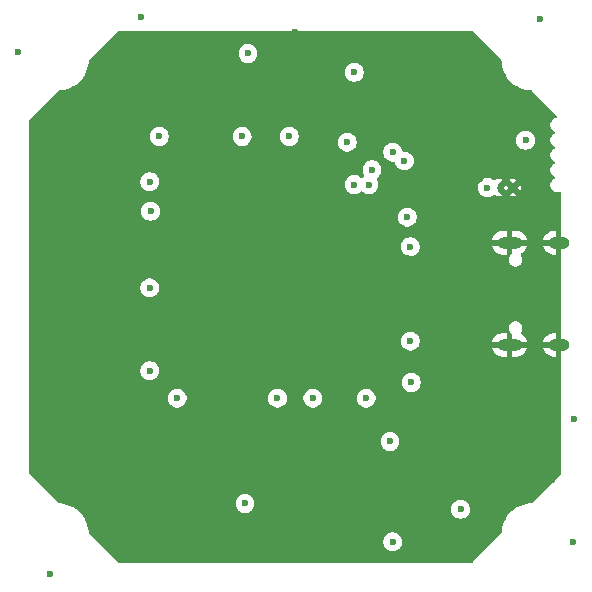
<source format=gbr>
%TF.GenerationSoftware,KiCad,Pcbnew,9.0.1-9.0.1-0~ubuntu24.04.1*%
%TF.CreationDate,2025-06-01T18:05:04-05:00*%
%TF.ProjectId,FC,46432e6b-6963-4616-945f-706362585858,rev?*%
%TF.SameCoordinates,Original*%
%TF.FileFunction,Copper,L2,Inr*%
%TF.FilePolarity,Positive*%
%FSLAX46Y46*%
G04 Gerber Fmt 4.6, Leading zero omitted, Abs format (unit mm)*
G04 Created by KiCad (PCBNEW 9.0.1-9.0.1-0~ubuntu24.04.1) date 2025-06-01 18:05:04*
%MOMM*%
%LPD*%
G01*
G04 APERTURE LIST*
%TA.AperFunction,HeatsinkPad*%
%ADD10C,0.500000*%
%TD*%
%TA.AperFunction,HeatsinkPad*%
%ADD11O,2.100000X1.000000*%
%TD*%
%TA.AperFunction,HeatsinkPad*%
%ADD12O,1.800000X1.000000*%
%TD*%
%TA.AperFunction,ViaPad*%
%ADD13C,0.600000*%
%TD*%
G04 APERTURE END LIST*
D10*
%TO.N,GND*%
%TO.C,U1*%
X192300000Y-65750000D03*
X193400000Y-65750000D03*
%TD*%
D11*
%TO.N,GND*%
%TO.C,J1*%
X193145000Y-79070000D03*
D12*
X197325000Y-79070000D03*
D11*
X193145000Y-70430000D03*
D12*
X197325000Y-70430000D03*
%TD*%
D13*
%TO.N,+3.3V*%
X183025000Y-87250000D03*
%TO.N,GND*%
X181475000Y-87250000D03*
X164250000Y-67750000D03*
%TO.N,+3.3V*%
X162750000Y-67750000D03*
X174500000Y-61425000D03*
%TO.N,GND*%
X175500000Y-62175000D03*
%TO.N,+3.3V*%
X170500000Y-61425000D03*
%TO.N,GND*%
X171500000Y-62175000D03*
%TO.N,+3.3V*%
X163500000Y-61425000D03*
%TO.N,GND*%
X164500000Y-62175000D03*
%TO.N,+3.3V*%
X162675000Y-65250000D03*
%TO.N,GND*%
X163425000Y-64250000D03*
%TO.N,+3.3V*%
X162675000Y-74250000D03*
%TO.N,GND*%
X163425000Y-73250000D03*
%TO.N,+3.3V*%
X162675000Y-81250000D03*
%TO.N,GND*%
X163425000Y-80250000D03*
%TO.N,+3.3V*%
X165000000Y-83575000D03*
%TO.N,GND*%
X164000000Y-82825000D03*
%TO.N,+3.3V*%
X173500000Y-83575000D03*
%TO.N,GND*%
X172500000Y-82825000D03*
X175500000Y-82825000D03*
%TO.N,+3.3V*%
X176500000Y-83575000D03*
X181000000Y-83575000D03*
%TO.N,GND*%
X182000000Y-82825000D03*
%TO.N,+3.3V*%
X184825000Y-82250000D03*
%TO.N,GND*%
X184075000Y-81250000D03*
%TO.N,+3.3V*%
X184750000Y-78750000D03*
%TO.N,GND*%
X184000000Y-77750000D03*
%TO.N,+3.3V*%
X184750000Y-70750000D03*
%TO.N,GND*%
X184500000Y-71750000D03*
X189250000Y-53500000D03*
X190650000Y-65000000D03*
%TO.N,/SD_CMD*%
X179400000Y-61900000D03*
%TO.N,/SD_DAT3*%
X184250000Y-63500000D03*
%TO.N,/SD_CLK*%
X181500000Y-64250000D03*
%TO.N,/SD_DAT2*%
X183250000Y-62750000D03*
%TO.N,/SD_DAT1*%
X180000000Y-65500000D03*
%TO.N,/SD_DAT0*%
X181250000Y-65500000D03*
%TO.N,+5V*%
X184500000Y-68250000D03*
X191250000Y-65750000D03*
%TO.N,GND*%
X196500000Y-67750000D03*
X194750000Y-81500000D03*
X196750000Y-90500000D03*
X196750000Y-87500000D03*
%TO.N,+5V*%
X180000000Y-56000000D03*
X161945650Y-51350000D03*
%TO.N,+3.3V*%
X171000000Y-54400000D03*
%TO.N,GND*%
X175000000Y-52600000D03*
X166000000Y-54400000D03*
X175750000Y-92500000D03*
%TO.N,+3.3V*%
X170750000Y-92500000D03*
%TO.N,GND*%
X188500000Y-96250000D03*
X183250000Y-88500000D03*
%TO.N,+3.3V*%
X183250000Y-95750000D03*
X189000000Y-93000000D03*
%TO.N,+5V*%
X195750000Y-51500000D03*
X151500000Y-54250000D03*
X154250000Y-98500000D03*
X198500000Y-95750000D03*
X198625000Y-85375000D03*
X194500000Y-61750000D03*
%TD*%
%TA.AperFunction,Conductor*%
%TO.N,GND*%
G36*
X190015677Y-52519685D02*
G01*
X190036319Y-52536319D01*
X192463181Y-54963181D01*
X192496666Y-55024504D01*
X192499500Y-55050862D01*
X192499500Y-55140431D01*
X192530942Y-55419494D01*
X192530945Y-55419512D01*
X192593439Y-55693317D01*
X192593443Y-55693329D01*
X192686200Y-55958411D01*
X192808053Y-56211442D01*
X192808055Y-56211445D01*
X192957477Y-56449248D01*
X193132584Y-56668825D01*
X193331175Y-56867416D01*
X193550752Y-57042523D01*
X193788555Y-57191945D01*
X194041592Y-57313801D01*
X194240680Y-57383465D01*
X194306670Y-57406556D01*
X194306682Y-57406560D01*
X194580491Y-57469055D01*
X194580497Y-57469055D01*
X194580505Y-57469057D01*
X194766547Y-57490018D01*
X194859569Y-57500499D01*
X194859572Y-57500500D01*
X194949138Y-57500500D01*
X195016177Y-57520185D01*
X195036819Y-57536819D01*
X197160071Y-59660071D01*
X197193556Y-59721394D01*
X197188572Y-59791086D01*
X197146700Y-59847019D01*
X197104484Y-59867527D01*
X196981714Y-59900423D01*
X196981709Y-59900426D01*
X196844790Y-59979475D01*
X196844782Y-59979481D01*
X196732981Y-60091282D01*
X196732975Y-60091290D01*
X196653926Y-60228209D01*
X196653923Y-60228216D01*
X196613000Y-60380943D01*
X196613000Y-60539057D01*
X196644138Y-60655263D01*
X196653923Y-60691783D01*
X196653926Y-60691790D01*
X196732975Y-60828709D01*
X196732979Y-60828714D01*
X196732980Y-60828716D01*
X196844784Y-60940520D01*
X196844785Y-60940521D01*
X196844787Y-60940522D01*
X196926351Y-60987613D01*
X196974567Y-61038180D01*
X196987790Y-61106787D01*
X196961822Y-61171652D01*
X196926351Y-61202387D01*
X196844787Y-61249477D01*
X196844782Y-61249481D01*
X196732981Y-61361282D01*
X196732975Y-61361290D01*
X196653926Y-61498209D01*
X196653923Y-61498216D01*
X196613000Y-61650943D01*
X196613000Y-61809057D01*
X196646824Y-61935288D01*
X196653923Y-61961783D01*
X196653926Y-61961790D01*
X196732975Y-62098709D01*
X196732979Y-62098714D01*
X196732980Y-62098716D01*
X196844784Y-62210520D01*
X196844785Y-62210521D01*
X196844787Y-62210522D01*
X196926351Y-62257613D01*
X196974567Y-62308180D01*
X196987790Y-62376787D01*
X196961822Y-62441652D01*
X196926351Y-62472387D01*
X196844787Y-62519477D01*
X196844782Y-62519481D01*
X196732981Y-62631282D01*
X196732975Y-62631290D01*
X196653926Y-62768209D01*
X196653923Y-62768216D01*
X196613000Y-62920943D01*
X196613000Y-63079057D01*
X196626429Y-63129172D01*
X196653923Y-63231783D01*
X196653926Y-63231790D01*
X196732975Y-63368709D01*
X196732979Y-63368714D01*
X196732980Y-63368716D01*
X196844784Y-63480520D01*
X196844785Y-63480521D01*
X196844787Y-63480522D01*
X196926351Y-63527613D01*
X196974567Y-63578180D01*
X196987790Y-63646787D01*
X196961822Y-63711652D01*
X196926351Y-63742387D01*
X196844787Y-63789477D01*
X196844782Y-63789481D01*
X196732981Y-63901282D01*
X196732975Y-63901290D01*
X196653926Y-64038209D01*
X196653923Y-64038216D01*
X196613000Y-64190943D01*
X196613000Y-64349057D01*
X196648157Y-64480263D01*
X196653923Y-64501783D01*
X196653926Y-64501790D01*
X196732975Y-64638709D01*
X196732979Y-64638714D01*
X196732980Y-64638716D01*
X196844784Y-64750520D01*
X196844785Y-64750521D01*
X196844787Y-64750522D01*
X196926351Y-64797613D01*
X196974567Y-64848180D01*
X196987790Y-64916787D01*
X196961822Y-64981652D01*
X196926351Y-65012387D01*
X196844787Y-65059477D01*
X196844782Y-65059481D01*
X196732981Y-65171282D01*
X196732975Y-65171290D01*
X196653926Y-65308209D01*
X196653923Y-65308216D01*
X196613000Y-65460943D01*
X196613000Y-65619057D01*
X196648087Y-65750001D01*
X196653923Y-65771783D01*
X196653926Y-65771790D01*
X196732975Y-65908709D01*
X196732979Y-65908714D01*
X196732980Y-65908716D01*
X196844784Y-66020520D01*
X196844786Y-66020521D01*
X196844790Y-66020524D01*
X196896711Y-66050500D01*
X196981716Y-66099577D01*
X197134443Y-66140500D01*
X197134445Y-66140500D01*
X197292554Y-66140500D01*
X197292557Y-66140500D01*
X197343909Y-66126740D01*
X197413756Y-66128403D01*
X197471618Y-66167565D01*
X197499123Y-66231793D01*
X197500000Y-66246515D01*
X197500000Y-70130000D01*
X197075000Y-70130000D01*
X197075000Y-69430000D01*
X196826504Y-69430000D01*
X196633318Y-69468427D01*
X196633306Y-69468430D01*
X196451328Y-69543807D01*
X196451315Y-69543814D01*
X196287537Y-69653248D01*
X196287533Y-69653251D01*
X196148251Y-69792533D01*
X196148248Y-69792537D01*
X196038814Y-69956315D01*
X196038807Y-69956328D01*
X195963430Y-70138307D01*
X195963430Y-70138309D01*
X195955138Y-70180000D01*
X196758012Y-70180000D01*
X196740795Y-70189940D01*
X196684940Y-70245795D01*
X196645444Y-70314204D01*
X196625000Y-70390504D01*
X196625000Y-70469496D01*
X196645444Y-70545796D01*
X196684940Y-70614205D01*
X196740795Y-70670060D01*
X196758012Y-70680000D01*
X195955138Y-70680000D01*
X195963430Y-70721690D01*
X195963430Y-70721692D01*
X196038807Y-70903671D01*
X196038814Y-70903684D01*
X196148248Y-71067462D01*
X196148251Y-71067466D01*
X196287533Y-71206748D01*
X196287537Y-71206751D01*
X196451315Y-71316185D01*
X196451328Y-71316192D01*
X196633306Y-71391569D01*
X196633318Y-71391572D01*
X196826504Y-71429999D01*
X196826508Y-71430000D01*
X197075000Y-71430000D01*
X197075000Y-70730000D01*
X197500000Y-70730000D01*
X197500000Y-78770000D01*
X197075000Y-78770000D01*
X197075000Y-78070000D01*
X196826504Y-78070000D01*
X196633318Y-78108427D01*
X196633306Y-78108430D01*
X196451328Y-78183807D01*
X196451315Y-78183814D01*
X196287537Y-78293248D01*
X196287533Y-78293251D01*
X196148251Y-78432533D01*
X196148248Y-78432537D01*
X196038814Y-78596315D01*
X196038807Y-78596328D01*
X195963430Y-78778307D01*
X195963430Y-78778309D01*
X195955138Y-78820000D01*
X196758012Y-78820000D01*
X196740795Y-78829940D01*
X196684940Y-78885795D01*
X196645444Y-78954204D01*
X196625000Y-79030504D01*
X196625000Y-79109496D01*
X196645444Y-79185796D01*
X196684940Y-79254205D01*
X196740795Y-79310060D01*
X196758012Y-79320000D01*
X195955138Y-79320000D01*
X195963430Y-79361690D01*
X195963430Y-79361692D01*
X196038807Y-79543671D01*
X196038814Y-79543684D01*
X196148248Y-79707462D01*
X196148251Y-79707466D01*
X196287533Y-79846748D01*
X196287537Y-79846751D01*
X196451315Y-79956185D01*
X196451328Y-79956192D01*
X196633306Y-80031569D01*
X196633318Y-80031572D01*
X196826504Y-80069999D01*
X196826508Y-80070000D01*
X197075000Y-80070000D01*
X197075000Y-79370000D01*
X197500000Y-79370000D01*
X197500000Y-80200000D01*
X197500000Y-89948637D01*
X197480315Y-90015676D01*
X197463681Y-90036318D01*
X195036818Y-92463181D01*
X194975495Y-92496666D01*
X194949137Y-92499500D01*
X194859568Y-92499500D01*
X194580505Y-92530942D01*
X194580487Y-92530945D01*
X194306682Y-92593439D01*
X194306670Y-92593443D01*
X194041588Y-92686200D01*
X193788557Y-92808053D01*
X193550753Y-92957476D01*
X193331175Y-93132583D01*
X193132583Y-93331175D01*
X192957476Y-93550753D01*
X192808053Y-93788557D01*
X192686200Y-94041588D01*
X192593443Y-94306670D01*
X192593439Y-94306682D01*
X192530945Y-94580487D01*
X192530942Y-94580505D01*
X192499500Y-94859568D01*
X192499500Y-94949137D01*
X192479815Y-95016176D01*
X192463181Y-95036818D01*
X190036319Y-97463681D01*
X189974996Y-97497166D01*
X189948638Y-97500000D01*
X160051362Y-97500000D01*
X159984323Y-97480315D01*
X159963681Y-97463681D01*
X158171153Y-95671153D01*
X182449500Y-95671153D01*
X182449500Y-95828846D01*
X182480261Y-95983489D01*
X182480264Y-95983501D01*
X182540602Y-96129172D01*
X182540609Y-96129185D01*
X182628210Y-96260288D01*
X182628213Y-96260292D01*
X182739707Y-96371786D01*
X182739711Y-96371789D01*
X182870814Y-96459390D01*
X182870827Y-96459397D01*
X183016498Y-96519735D01*
X183016503Y-96519737D01*
X183171153Y-96550499D01*
X183171156Y-96550500D01*
X183171158Y-96550500D01*
X183328844Y-96550500D01*
X183328845Y-96550499D01*
X183483497Y-96519737D01*
X183629179Y-96459394D01*
X183760289Y-96371789D01*
X183871789Y-96260289D01*
X183959394Y-96129179D01*
X184019737Y-95983497D01*
X184050500Y-95828842D01*
X184050500Y-95671158D01*
X184050500Y-95671155D01*
X184050499Y-95671153D01*
X184019738Y-95516510D01*
X184019737Y-95516503D01*
X183968232Y-95392157D01*
X183959397Y-95370827D01*
X183959390Y-95370814D01*
X183871789Y-95239711D01*
X183871786Y-95239707D01*
X183760292Y-95128213D01*
X183760288Y-95128210D01*
X183629185Y-95040609D01*
X183629172Y-95040602D01*
X183483501Y-94980264D01*
X183483489Y-94980261D01*
X183328845Y-94949500D01*
X183328842Y-94949500D01*
X183171158Y-94949500D01*
X183171155Y-94949500D01*
X183016510Y-94980261D01*
X183016498Y-94980264D01*
X182870827Y-95040602D01*
X182870814Y-95040609D01*
X182739711Y-95128210D01*
X182739707Y-95128213D01*
X182628213Y-95239707D01*
X182628210Y-95239711D01*
X182540609Y-95370814D01*
X182540602Y-95370827D01*
X182480264Y-95516498D01*
X182480261Y-95516510D01*
X182449500Y-95671153D01*
X158171153Y-95671153D01*
X157536819Y-95036819D01*
X157503334Y-94975496D01*
X157500500Y-94949138D01*
X157500500Y-94859572D01*
X157500499Y-94859568D01*
X157469057Y-94580505D01*
X157469054Y-94580487D01*
X157406560Y-94306682D01*
X157406556Y-94306670D01*
X157383465Y-94240680D01*
X157313801Y-94041592D01*
X157191945Y-93788555D01*
X157042523Y-93550752D01*
X156867416Y-93331175D01*
X156668825Y-93132584D01*
X156449248Y-92957477D01*
X156211445Y-92808055D01*
X156211442Y-92808053D01*
X155958411Y-92686200D01*
X155693329Y-92593443D01*
X155693317Y-92593439D01*
X155441468Y-92535957D01*
X155419509Y-92530945D01*
X155419506Y-92530944D01*
X155419494Y-92530942D01*
X155140431Y-92499500D01*
X155140425Y-92499500D01*
X155050862Y-92499500D01*
X154983823Y-92479815D01*
X154963181Y-92463181D01*
X154921153Y-92421153D01*
X169949500Y-92421153D01*
X169949500Y-92578846D01*
X169980261Y-92733489D01*
X169980264Y-92733501D01*
X170040602Y-92879172D01*
X170040609Y-92879185D01*
X170128210Y-93010288D01*
X170128213Y-93010292D01*
X170239707Y-93121786D01*
X170239711Y-93121789D01*
X170370814Y-93209390D01*
X170370827Y-93209397D01*
X170516498Y-93269735D01*
X170516503Y-93269737D01*
X170671153Y-93300499D01*
X170671156Y-93300500D01*
X170671158Y-93300500D01*
X170828844Y-93300500D01*
X170828845Y-93300499D01*
X170983497Y-93269737D01*
X171129179Y-93209394D01*
X171260289Y-93121789D01*
X171371789Y-93010289D01*
X171431348Y-92921153D01*
X188199500Y-92921153D01*
X188199500Y-93078846D01*
X188230261Y-93233489D01*
X188230264Y-93233501D01*
X188290602Y-93379172D01*
X188290609Y-93379185D01*
X188378210Y-93510288D01*
X188378213Y-93510292D01*
X188489707Y-93621786D01*
X188489711Y-93621789D01*
X188620814Y-93709390D01*
X188620827Y-93709397D01*
X188766498Y-93769735D01*
X188766503Y-93769737D01*
X188921153Y-93800499D01*
X188921156Y-93800500D01*
X188921158Y-93800500D01*
X189078844Y-93800500D01*
X189078845Y-93800499D01*
X189233497Y-93769737D01*
X189379179Y-93709394D01*
X189510289Y-93621789D01*
X189621789Y-93510289D01*
X189709394Y-93379179D01*
X189769737Y-93233497D01*
X189800500Y-93078842D01*
X189800500Y-92921158D01*
X189800500Y-92921155D01*
X189800499Y-92921153D01*
X189769738Y-92766510D01*
X189769737Y-92766503D01*
X189736475Y-92686200D01*
X189709397Y-92620827D01*
X189709390Y-92620814D01*
X189621789Y-92489711D01*
X189621786Y-92489707D01*
X189510292Y-92378213D01*
X189510288Y-92378210D01*
X189379185Y-92290609D01*
X189379172Y-92290602D01*
X189233501Y-92230264D01*
X189233489Y-92230261D01*
X189078845Y-92199500D01*
X189078842Y-92199500D01*
X188921158Y-92199500D01*
X188921155Y-92199500D01*
X188766510Y-92230261D01*
X188766498Y-92230264D01*
X188620827Y-92290602D01*
X188620814Y-92290609D01*
X188489711Y-92378210D01*
X188489707Y-92378213D01*
X188378213Y-92489707D01*
X188378210Y-92489711D01*
X188290609Y-92620814D01*
X188290602Y-92620827D01*
X188230264Y-92766498D01*
X188230261Y-92766510D01*
X188199500Y-92921153D01*
X171431348Y-92921153D01*
X171459394Y-92879179D01*
X171519737Y-92733497D01*
X171550500Y-92578842D01*
X171550500Y-92421158D01*
X171550500Y-92421155D01*
X171550499Y-92421153D01*
X171524531Y-92290606D01*
X171519737Y-92266503D01*
X171519735Y-92266498D01*
X171459397Y-92120827D01*
X171459390Y-92120814D01*
X171371789Y-91989711D01*
X171371786Y-91989707D01*
X171260292Y-91878213D01*
X171260288Y-91878210D01*
X171129185Y-91790609D01*
X171129172Y-91790602D01*
X170983501Y-91730264D01*
X170983489Y-91730261D01*
X170828845Y-91699500D01*
X170828842Y-91699500D01*
X170671158Y-91699500D01*
X170671155Y-91699500D01*
X170516510Y-91730261D01*
X170516498Y-91730264D01*
X170370827Y-91790602D01*
X170370814Y-91790609D01*
X170239711Y-91878210D01*
X170239707Y-91878213D01*
X170128213Y-91989707D01*
X170128210Y-91989711D01*
X170040609Y-92120814D01*
X170040602Y-92120827D01*
X169980264Y-92266498D01*
X169980261Y-92266510D01*
X169949500Y-92421153D01*
X154921153Y-92421153D01*
X152536319Y-90036319D01*
X152502834Y-89974996D01*
X152500000Y-89948638D01*
X152500000Y-87171153D01*
X182224500Y-87171153D01*
X182224500Y-87328846D01*
X182255261Y-87483489D01*
X182255264Y-87483501D01*
X182315602Y-87629172D01*
X182315609Y-87629185D01*
X182403210Y-87760288D01*
X182403213Y-87760292D01*
X182514707Y-87871786D01*
X182514711Y-87871789D01*
X182645814Y-87959390D01*
X182645827Y-87959397D01*
X182791498Y-88019735D01*
X182791503Y-88019737D01*
X182946153Y-88050499D01*
X182946156Y-88050500D01*
X182946158Y-88050500D01*
X183103844Y-88050500D01*
X183103845Y-88050499D01*
X183258497Y-88019737D01*
X183404179Y-87959394D01*
X183535289Y-87871789D01*
X183646789Y-87760289D01*
X183734394Y-87629179D01*
X183794737Y-87483497D01*
X183825500Y-87328842D01*
X183825500Y-87171158D01*
X183825500Y-87171155D01*
X183825499Y-87171153D01*
X183794738Y-87016510D01*
X183794737Y-87016503D01*
X183794735Y-87016498D01*
X183734397Y-86870827D01*
X183734390Y-86870814D01*
X183646789Y-86739711D01*
X183646786Y-86739707D01*
X183535292Y-86628213D01*
X183535288Y-86628210D01*
X183404185Y-86540609D01*
X183404172Y-86540602D01*
X183258501Y-86480264D01*
X183258489Y-86480261D01*
X183103845Y-86449500D01*
X183103842Y-86449500D01*
X182946158Y-86449500D01*
X182946155Y-86449500D01*
X182791510Y-86480261D01*
X182791498Y-86480264D01*
X182645827Y-86540602D01*
X182645814Y-86540609D01*
X182514711Y-86628210D01*
X182514707Y-86628213D01*
X182403213Y-86739707D01*
X182403210Y-86739711D01*
X182315609Y-86870814D01*
X182315602Y-86870827D01*
X182255264Y-87016498D01*
X182255261Y-87016510D01*
X182224500Y-87171153D01*
X152500000Y-87171153D01*
X152500000Y-83496153D01*
X164199500Y-83496153D01*
X164199500Y-83653846D01*
X164230261Y-83808489D01*
X164230264Y-83808501D01*
X164290602Y-83954172D01*
X164290609Y-83954185D01*
X164378210Y-84085288D01*
X164378213Y-84085292D01*
X164489707Y-84196786D01*
X164489711Y-84196789D01*
X164620814Y-84284390D01*
X164620827Y-84284397D01*
X164766498Y-84344735D01*
X164766503Y-84344737D01*
X164921153Y-84375499D01*
X164921156Y-84375500D01*
X164921158Y-84375500D01*
X165078844Y-84375500D01*
X165078845Y-84375499D01*
X165233497Y-84344737D01*
X165379179Y-84284394D01*
X165510289Y-84196789D01*
X165621789Y-84085289D01*
X165709394Y-83954179D01*
X165769737Y-83808497D01*
X165800500Y-83653842D01*
X165800500Y-83496158D01*
X165800500Y-83496155D01*
X165800499Y-83496153D01*
X172699500Y-83496153D01*
X172699500Y-83653846D01*
X172730261Y-83808489D01*
X172730264Y-83808501D01*
X172790602Y-83954172D01*
X172790609Y-83954185D01*
X172878210Y-84085288D01*
X172878213Y-84085292D01*
X172989707Y-84196786D01*
X172989711Y-84196789D01*
X173120814Y-84284390D01*
X173120827Y-84284397D01*
X173266498Y-84344735D01*
X173266503Y-84344737D01*
X173421153Y-84375499D01*
X173421156Y-84375500D01*
X173421158Y-84375500D01*
X173578844Y-84375500D01*
X173578845Y-84375499D01*
X173733497Y-84344737D01*
X173879179Y-84284394D01*
X174010289Y-84196789D01*
X174121789Y-84085289D01*
X174209394Y-83954179D01*
X174269737Y-83808497D01*
X174300500Y-83653842D01*
X174300500Y-83496158D01*
X174300500Y-83496155D01*
X174300499Y-83496153D01*
X175699500Y-83496153D01*
X175699500Y-83653846D01*
X175730261Y-83808489D01*
X175730264Y-83808501D01*
X175790602Y-83954172D01*
X175790609Y-83954185D01*
X175878210Y-84085288D01*
X175878213Y-84085292D01*
X175989707Y-84196786D01*
X175989711Y-84196789D01*
X176120814Y-84284390D01*
X176120827Y-84284397D01*
X176266498Y-84344735D01*
X176266503Y-84344737D01*
X176421153Y-84375499D01*
X176421156Y-84375500D01*
X176421158Y-84375500D01*
X176578844Y-84375500D01*
X176578845Y-84375499D01*
X176733497Y-84344737D01*
X176879179Y-84284394D01*
X177010289Y-84196789D01*
X177121789Y-84085289D01*
X177209394Y-83954179D01*
X177269737Y-83808497D01*
X177300500Y-83653842D01*
X177300500Y-83496158D01*
X177300500Y-83496155D01*
X177300499Y-83496153D01*
X180199500Y-83496153D01*
X180199500Y-83653846D01*
X180230261Y-83808489D01*
X180230264Y-83808501D01*
X180290602Y-83954172D01*
X180290609Y-83954185D01*
X180378210Y-84085288D01*
X180378213Y-84085292D01*
X180489707Y-84196786D01*
X180489711Y-84196789D01*
X180620814Y-84284390D01*
X180620827Y-84284397D01*
X180766498Y-84344735D01*
X180766503Y-84344737D01*
X180921153Y-84375499D01*
X180921156Y-84375500D01*
X180921158Y-84375500D01*
X181078844Y-84375500D01*
X181078845Y-84375499D01*
X181233497Y-84344737D01*
X181379179Y-84284394D01*
X181510289Y-84196789D01*
X181621789Y-84085289D01*
X181709394Y-83954179D01*
X181769737Y-83808497D01*
X181800500Y-83653842D01*
X181800500Y-83496158D01*
X181800500Y-83496155D01*
X181800499Y-83496153D01*
X181769738Y-83341510D01*
X181769737Y-83341503D01*
X181769735Y-83341498D01*
X181709397Y-83195827D01*
X181709390Y-83195814D01*
X181621789Y-83064711D01*
X181621786Y-83064707D01*
X181510292Y-82953213D01*
X181510288Y-82953210D01*
X181379185Y-82865609D01*
X181379172Y-82865602D01*
X181233501Y-82805264D01*
X181233489Y-82805261D01*
X181078845Y-82774500D01*
X181078842Y-82774500D01*
X180921158Y-82774500D01*
X180921155Y-82774500D01*
X180766510Y-82805261D01*
X180766498Y-82805264D01*
X180620827Y-82865602D01*
X180620814Y-82865609D01*
X180489711Y-82953210D01*
X180489707Y-82953213D01*
X180378213Y-83064707D01*
X180378210Y-83064711D01*
X180290609Y-83195814D01*
X180290602Y-83195827D01*
X180230264Y-83341498D01*
X180230261Y-83341510D01*
X180199500Y-83496153D01*
X177300499Y-83496153D01*
X177269738Y-83341510D01*
X177269737Y-83341503D01*
X177269735Y-83341498D01*
X177209397Y-83195827D01*
X177209390Y-83195814D01*
X177121789Y-83064711D01*
X177121786Y-83064707D01*
X177010292Y-82953213D01*
X177010288Y-82953210D01*
X176879185Y-82865609D01*
X176879172Y-82865602D01*
X176733501Y-82805264D01*
X176733489Y-82805261D01*
X176578845Y-82774500D01*
X176578842Y-82774500D01*
X176421158Y-82774500D01*
X176421155Y-82774500D01*
X176266510Y-82805261D01*
X176266498Y-82805264D01*
X176120827Y-82865602D01*
X176120814Y-82865609D01*
X175989711Y-82953210D01*
X175989707Y-82953213D01*
X175878213Y-83064707D01*
X175878210Y-83064711D01*
X175790609Y-83195814D01*
X175790602Y-83195827D01*
X175730264Y-83341498D01*
X175730261Y-83341510D01*
X175699500Y-83496153D01*
X174300499Y-83496153D01*
X174269738Y-83341510D01*
X174269737Y-83341503D01*
X174269735Y-83341498D01*
X174209397Y-83195827D01*
X174209390Y-83195814D01*
X174121789Y-83064711D01*
X174121786Y-83064707D01*
X174010292Y-82953213D01*
X174010288Y-82953210D01*
X173879185Y-82865609D01*
X173879172Y-82865602D01*
X173733501Y-82805264D01*
X173733489Y-82805261D01*
X173578845Y-82774500D01*
X173578842Y-82774500D01*
X173421158Y-82774500D01*
X173421155Y-82774500D01*
X173266510Y-82805261D01*
X173266498Y-82805264D01*
X173120827Y-82865602D01*
X173120814Y-82865609D01*
X172989711Y-82953210D01*
X172989707Y-82953213D01*
X172878213Y-83064707D01*
X172878210Y-83064711D01*
X172790609Y-83195814D01*
X172790602Y-83195827D01*
X172730264Y-83341498D01*
X172730261Y-83341510D01*
X172699500Y-83496153D01*
X165800499Y-83496153D01*
X165769738Y-83341510D01*
X165769737Y-83341503D01*
X165769735Y-83341498D01*
X165709397Y-83195827D01*
X165709390Y-83195814D01*
X165621789Y-83064711D01*
X165621786Y-83064707D01*
X165510292Y-82953213D01*
X165510288Y-82953210D01*
X165379185Y-82865609D01*
X165379172Y-82865602D01*
X165233501Y-82805264D01*
X165233489Y-82805261D01*
X165078845Y-82774500D01*
X165078842Y-82774500D01*
X164921158Y-82774500D01*
X164921155Y-82774500D01*
X164766510Y-82805261D01*
X164766498Y-82805264D01*
X164620827Y-82865602D01*
X164620814Y-82865609D01*
X164489711Y-82953210D01*
X164489707Y-82953213D01*
X164378213Y-83064707D01*
X164378210Y-83064711D01*
X164290609Y-83195814D01*
X164290602Y-83195827D01*
X164230264Y-83341498D01*
X164230261Y-83341510D01*
X164199500Y-83496153D01*
X152500000Y-83496153D01*
X152500000Y-82171153D01*
X184024500Y-82171153D01*
X184024500Y-82328846D01*
X184055261Y-82483489D01*
X184055264Y-82483501D01*
X184115602Y-82629172D01*
X184115609Y-82629185D01*
X184203210Y-82760288D01*
X184203213Y-82760292D01*
X184314707Y-82871786D01*
X184314711Y-82871789D01*
X184445814Y-82959390D01*
X184445827Y-82959397D01*
X184591498Y-83019735D01*
X184591503Y-83019737D01*
X184746153Y-83050499D01*
X184746156Y-83050500D01*
X184746158Y-83050500D01*
X184903844Y-83050500D01*
X184903845Y-83050499D01*
X185058497Y-83019737D01*
X185204179Y-82959394D01*
X185335289Y-82871789D01*
X185446789Y-82760289D01*
X185534394Y-82629179D01*
X185594737Y-82483497D01*
X185625500Y-82328842D01*
X185625500Y-82171158D01*
X185625500Y-82171155D01*
X185625499Y-82171153D01*
X185594738Y-82016510D01*
X185594737Y-82016503D01*
X185534794Y-81871786D01*
X185534397Y-81870827D01*
X185534390Y-81870814D01*
X185446789Y-81739711D01*
X185446786Y-81739707D01*
X185335292Y-81628213D01*
X185335288Y-81628210D01*
X185204185Y-81540609D01*
X185204172Y-81540602D01*
X185058501Y-81480264D01*
X185058489Y-81480261D01*
X184903845Y-81449500D01*
X184903842Y-81449500D01*
X184746158Y-81449500D01*
X184746155Y-81449500D01*
X184591510Y-81480261D01*
X184591498Y-81480264D01*
X184445827Y-81540602D01*
X184445814Y-81540609D01*
X184314711Y-81628210D01*
X184314707Y-81628213D01*
X184203213Y-81739707D01*
X184203210Y-81739711D01*
X184115609Y-81870814D01*
X184115602Y-81870827D01*
X184055264Y-82016498D01*
X184055261Y-82016510D01*
X184024500Y-82171153D01*
X152500000Y-82171153D01*
X152500000Y-81171153D01*
X161874500Y-81171153D01*
X161874500Y-81328846D01*
X161905261Y-81483489D01*
X161905264Y-81483501D01*
X161965602Y-81629172D01*
X161965609Y-81629185D01*
X162053210Y-81760288D01*
X162053213Y-81760292D01*
X162164707Y-81871786D01*
X162164711Y-81871789D01*
X162295814Y-81959390D01*
X162295827Y-81959397D01*
X162433683Y-82016498D01*
X162441503Y-82019737D01*
X162596153Y-82050499D01*
X162596156Y-82050500D01*
X162596158Y-82050500D01*
X162753844Y-82050500D01*
X162753845Y-82050499D01*
X162764179Y-82048443D01*
X162789287Y-82043450D01*
X162789292Y-82043449D01*
X162874800Y-82026439D01*
X162908497Y-82019737D01*
X163054179Y-81959394D01*
X163185289Y-81871789D01*
X163296789Y-81760289D01*
X163384394Y-81629179D01*
X163444737Y-81483497D01*
X163475500Y-81328842D01*
X163475500Y-81171158D01*
X163475500Y-81171155D01*
X163475499Y-81171153D01*
X163444738Y-81016510D01*
X163444737Y-81016503D01*
X163444735Y-81016498D01*
X163384397Y-80870827D01*
X163384390Y-80870814D01*
X163296789Y-80739711D01*
X163296786Y-80739707D01*
X163185292Y-80628213D01*
X163185288Y-80628210D01*
X163054185Y-80540609D01*
X163054172Y-80540602D01*
X162908501Y-80480264D01*
X162908489Y-80480261D01*
X162753845Y-80449500D01*
X162753842Y-80449500D01*
X162596158Y-80449500D01*
X162596155Y-80449500D01*
X162441510Y-80480261D01*
X162441498Y-80480264D01*
X162295827Y-80540602D01*
X162295814Y-80540609D01*
X162164711Y-80628210D01*
X162164707Y-80628213D01*
X162053213Y-80739707D01*
X162053210Y-80739711D01*
X161965609Y-80870814D01*
X161965602Y-80870827D01*
X161905264Y-81016498D01*
X161905261Y-81016510D01*
X161874500Y-81171153D01*
X152500000Y-81171153D01*
X152500000Y-78671153D01*
X183949500Y-78671153D01*
X183949500Y-78828846D01*
X183980261Y-78983489D01*
X183980264Y-78983501D01*
X184040602Y-79129172D01*
X184040609Y-79129185D01*
X184128210Y-79260288D01*
X184128213Y-79260292D01*
X184239707Y-79371786D01*
X184239711Y-79371789D01*
X184370814Y-79459390D01*
X184370827Y-79459397D01*
X184516498Y-79519735D01*
X184516503Y-79519737D01*
X184636827Y-79543671D01*
X184671153Y-79550499D01*
X184671156Y-79550500D01*
X184671158Y-79550500D01*
X184828844Y-79550500D01*
X184828845Y-79550499D01*
X184983497Y-79519737D01*
X185129179Y-79459394D01*
X185260289Y-79371789D01*
X185371789Y-79260289D01*
X185381147Y-79246283D01*
X185400194Y-79217779D01*
X185400194Y-79217778D01*
X185402431Y-79214428D01*
X185459394Y-79129179D01*
X185519737Y-78983497D01*
X185550500Y-78828842D01*
X185550500Y-78820000D01*
X191625138Y-78820000D01*
X192428012Y-78820000D01*
X192410795Y-78829940D01*
X192354940Y-78885795D01*
X192315444Y-78954204D01*
X192295000Y-79030504D01*
X192295000Y-79109496D01*
X192315444Y-79185796D01*
X192354940Y-79254205D01*
X192410795Y-79310060D01*
X192428012Y-79320000D01*
X191625138Y-79320000D01*
X191633430Y-79361690D01*
X191633430Y-79361692D01*
X191708807Y-79543671D01*
X191708814Y-79543684D01*
X191818248Y-79707462D01*
X191818251Y-79707466D01*
X191957533Y-79846748D01*
X191957537Y-79846751D01*
X192121315Y-79956185D01*
X192121328Y-79956192D01*
X192303306Y-80031569D01*
X192303318Y-80031572D01*
X192496504Y-80069999D01*
X192496508Y-80070000D01*
X192895000Y-80070000D01*
X192895000Y-79370000D01*
X193395000Y-79370000D01*
X193395000Y-80070000D01*
X193793492Y-80070000D01*
X193793495Y-80069999D01*
X193986681Y-80031572D01*
X193986693Y-80031569D01*
X194168671Y-79956192D01*
X194168684Y-79956185D01*
X194332462Y-79846751D01*
X194332466Y-79846748D01*
X194471748Y-79707466D01*
X194471751Y-79707462D01*
X194581185Y-79543684D01*
X194581192Y-79543671D01*
X194656569Y-79361692D01*
X194656569Y-79361690D01*
X194664862Y-79320000D01*
X193861988Y-79320000D01*
X193879205Y-79310060D01*
X193935060Y-79254205D01*
X193974556Y-79185796D01*
X193995000Y-79109496D01*
X193995000Y-79030504D01*
X193974556Y-78954204D01*
X193935060Y-78885795D01*
X193879205Y-78829940D01*
X193861988Y-78820000D01*
X194664862Y-78820000D01*
X194656569Y-78778309D01*
X194656569Y-78778307D01*
X194581192Y-78596328D01*
X194581185Y-78596315D01*
X194471751Y-78432537D01*
X194471748Y-78432533D01*
X194332466Y-78293251D01*
X194332462Y-78293248D01*
X194168684Y-78183814D01*
X194168674Y-78183809D01*
X194159157Y-78179867D01*
X194104754Y-78136026D01*
X194082689Y-78069731D01*
X194099969Y-78002032D01*
X194103648Y-77996597D01*
X194105512Y-77993367D01*
X194105515Y-77993365D01*
X194181281Y-77862135D01*
X194220500Y-77715766D01*
X194220500Y-77564234D01*
X194181281Y-77417865D01*
X194105515Y-77286635D01*
X193998365Y-77179485D01*
X193932750Y-77141602D01*
X193867136Y-77103719D01*
X193793950Y-77084109D01*
X193720766Y-77064500D01*
X193569234Y-77064500D01*
X193422863Y-77103719D01*
X193291635Y-77179485D01*
X193291632Y-77179487D01*
X193184487Y-77286632D01*
X193184485Y-77286635D01*
X193108719Y-77417863D01*
X193069500Y-77564234D01*
X193069500Y-77715765D01*
X193108719Y-77862136D01*
X193146602Y-77927750D01*
X193184485Y-77993365D01*
X193291635Y-78100515D01*
X193333000Y-78124397D01*
X193381216Y-78174964D01*
X193395000Y-78231784D01*
X193395000Y-78770000D01*
X192895000Y-78770000D01*
X192895000Y-78070000D01*
X192496504Y-78070000D01*
X192303318Y-78108427D01*
X192303306Y-78108430D01*
X192121328Y-78183807D01*
X192121315Y-78183814D01*
X191957537Y-78293248D01*
X191957533Y-78293251D01*
X191818251Y-78432533D01*
X191818248Y-78432537D01*
X191708814Y-78596315D01*
X191708807Y-78596328D01*
X191633430Y-78778307D01*
X191633430Y-78778309D01*
X191625138Y-78820000D01*
X185550500Y-78820000D01*
X185550500Y-78671158D01*
X185550500Y-78671155D01*
X185550499Y-78671153D01*
X185519738Y-78516510D01*
X185519737Y-78516503D01*
X185519735Y-78516498D01*
X185459397Y-78370827D01*
X185459390Y-78370814D01*
X185371789Y-78239711D01*
X185371786Y-78239707D01*
X185260292Y-78128213D01*
X185260288Y-78128210D01*
X185129185Y-78040609D01*
X185129172Y-78040602D01*
X184983501Y-77980264D01*
X184983489Y-77980261D01*
X184828845Y-77949500D01*
X184828842Y-77949500D01*
X184671158Y-77949500D01*
X184671155Y-77949500D01*
X184516510Y-77980261D01*
X184516498Y-77980264D01*
X184370827Y-78040602D01*
X184370814Y-78040609D01*
X184239711Y-78128210D01*
X184239707Y-78128213D01*
X184128213Y-78239707D01*
X184128210Y-78239711D01*
X184040609Y-78370814D01*
X184040602Y-78370827D01*
X183980264Y-78516498D01*
X183980261Y-78516510D01*
X183949500Y-78671153D01*
X152500000Y-78671153D01*
X152500000Y-74171153D01*
X161874500Y-74171153D01*
X161874500Y-74328846D01*
X161905261Y-74483489D01*
X161905264Y-74483501D01*
X161965602Y-74629172D01*
X161965609Y-74629185D01*
X162053210Y-74760288D01*
X162053213Y-74760292D01*
X162164707Y-74871786D01*
X162164711Y-74871789D01*
X162295814Y-74959390D01*
X162295827Y-74959397D01*
X162441498Y-75019735D01*
X162441503Y-75019737D01*
X162596153Y-75050499D01*
X162596156Y-75050500D01*
X162596158Y-75050500D01*
X162753844Y-75050500D01*
X162753845Y-75050499D01*
X162908497Y-75019737D01*
X163054179Y-74959394D01*
X163185289Y-74871789D01*
X163296789Y-74760289D01*
X163384394Y-74629179D01*
X163444737Y-74483497D01*
X163475500Y-74328842D01*
X163475500Y-74171158D01*
X163475500Y-74171155D01*
X163475499Y-74171153D01*
X163444738Y-74016510D01*
X163444737Y-74016503D01*
X163444735Y-74016498D01*
X163384397Y-73870827D01*
X163384390Y-73870814D01*
X163296789Y-73739711D01*
X163296786Y-73739707D01*
X163185292Y-73628213D01*
X163185288Y-73628210D01*
X163054185Y-73540609D01*
X163054172Y-73540602D01*
X162908501Y-73480264D01*
X162908489Y-73480261D01*
X162753845Y-73449500D01*
X162753842Y-73449500D01*
X162596158Y-73449500D01*
X162596155Y-73449500D01*
X162441510Y-73480261D01*
X162441498Y-73480264D01*
X162295827Y-73540602D01*
X162295814Y-73540609D01*
X162164711Y-73628210D01*
X162164707Y-73628213D01*
X162053213Y-73739707D01*
X162053210Y-73739711D01*
X161965609Y-73870814D01*
X161965602Y-73870827D01*
X161905264Y-74016498D01*
X161905261Y-74016510D01*
X161874500Y-74171153D01*
X152500000Y-74171153D01*
X152500000Y-70671153D01*
X183949500Y-70671153D01*
X183949500Y-70828846D01*
X183980261Y-70983489D01*
X183980264Y-70983501D01*
X184040602Y-71129172D01*
X184040609Y-71129185D01*
X184128210Y-71260288D01*
X184128213Y-71260292D01*
X184239707Y-71371786D01*
X184239711Y-71371789D01*
X184370814Y-71459390D01*
X184370827Y-71459397D01*
X184516498Y-71519735D01*
X184516503Y-71519737D01*
X184671153Y-71550499D01*
X184671156Y-71550500D01*
X184671158Y-71550500D01*
X184828844Y-71550500D01*
X184828845Y-71550499D01*
X184983497Y-71519737D01*
X185129179Y-71459394D01*
X185260289Y-71371789D01*
X185371789Y-71260289D01*
X185459394Y-71129179D01*
X185519737Y-70983497D01*
X185550500Y-70828842D01*
X185550500Y-70671158D01*
X185519737Y-70516503D01*
X185467547Y-70390504D01*
X185459397Y-70370827D01*
X185459395Y-70370823D01*
X185459394Y-70370821D01*
X185375854Y-70245795D01*
X185371792Y-70239715D01*
X185371786Y-70239707D01*
X185312079Y-70180000D01*
X191625138Y-70180000D01*
X192428012Y-70180000D01*
X192410795Y-70189940D01*
X192354940Y-70245795D01*
X192315444Y-70314204D01*
X192295000Y-70390504D01*
X192295000Y-70469496D01*
X192315444Y-70545796D01*
X192354940Y-70614205D01*
X192410795Y-70670060D01*
X192428012Y-70680000D01*
X191625138Y-70680000D01*
X191633430Y-70721690D01*
X191633430Y-70721692D01*
X191708807Y-70903671D01*
X191708814Y-70903684D01*
X191818248Y-71067462D01*
X191818251Y-71067466D01*
X191957533Y-71206748D01*
X191957537Y-71206751D01*
X192121315Y-71316185D01*
X192121328Y-71316192D01*
X192303306Y-71391569D01*
X192303318Y-71391572D01*
X192496504Y-71429999D01*
X192496508Y-71430000D01*
X192895000Y-71430000D01*
X192895000Y-70730000D01*
X193395000Y-70730000D01*
X193395000Y-71268215D01*
X193375315Y-71335254D01*
X193333002Y-71375601D01*
X193291638Y-71399483D01*
X193291632Y-71399487D01*
X193184487Y-71506632D01*
X193184485Y-71506635D01*
X193108719Y-71637863D01*
X193069500Y-71784234D01*
X193069500Y-71935765D01*
X193108719Y-72082136D01*
X193146602Y-72147750D01*
X193184485Y-72213365D01*
X193291635Y-72320515D01*
X193422865Y-72396281D01*
X193569234Y-72435500D01*
X193569236Y-72435500D01*
X193720764Y-72435500D01*
X193720766Y-72435500D01*
X193867135Y-72396281D01*
X193998365Y-72320515D01*
X194105515Y-72213365D01*
X194181281Y-72082135D01*
X194220500Y-71935766D01*
X194220500Y-71784234D01*
X194181281Y-71637865D01*
X194105515Y-71506635D01*
X194105513Y-71506633D01*
X194101451Y-71499597D01*
X194103654Y-71498325D01*
X194083041Y-71445022D01*
X194097073Y-71376576D01*
X194145882Y-71326582D01*
X194159163Y-71320129D01*
X194168682Y-71316186D01*
X194168684Y-71316185D01*
X194332462Y-71206751D01*
X194332466Y-71206748D01*
X194471748Y-71067466D01*
X194471751Y-71067462D01*
X194581185Y-70903684D01*
X194581192Y-70903671D01*
X194656569Y-70721692D01*
X194656569Y-70721690D01*
X194664862Y-70680000D01*
X193861988Y-70680000D01*
X193879205Y-70670060D01*
X193935060Y-70614205D01*
X193974556Y-70545796D01*
X193995000Y-70469496D01*
X193995000Y-70390504D01*
X193974556Y-70314204D01*
X193935060Y-70245795D01*
X193879205Y-70189940D01*
X193861988Y-70180000D01*
X194664862Y-70180000D01*
X194656569Y-70138309D01*
X194656569Y-70138307D01*
X194581192Y-69956328D01*
X194581185Y-69956315D01*
X194471751Y-69792537D01*
X194471748Y-69792533D01*
X194332466Y-69653251D01*
X194332462Y-69653248D01*
X194168684Y-69543814D01*
X194168671Y-69543807D01*
X193986693Y-69468430D01*
X193986681Y-69468427D01*
X193793495Y-69430000D01*
X193395000Y-69430000D01*
X193395000Y-70130000D01*
X192895000Y-70130000D01*
X192895000Y-69430000D01*
X192496504Y-69430000D01*
X192303318Y-69468427D01*
X192303306Y-69468430D01*
X192121328Y-69543807D01*
X192121315Y-69543814D01*
X191957537Y-69653248D01*
X191957533Y-69653251D01*
X191818251Y-69792533D01*
X191818248Y-69792537D01*
X191708814Y-69956315D01*
X191708807Y-69956328D01*
X191633430Y-70138307D01*
X191633430Y-70138309D01*
X191625138Y-70180000D01*
X185312079Y-70180000D01*
X185260292Y-70128213D01*
X185260288Y-70128210D01*
X185129185Y-70040609D01*
X185129172Y-70040602D01*
X184983501Y-69980264D01*
X184983489Y-69980261D01*
X184828845Y-69949500D01*
X184828842Y-69949500D01*
X184671158Y-69949500D01*
X184671155Y-69949500D01*
X184516510Y-69980261D01*
X184516498Y-69980264D01*
X184370827Y-70040602D01*
X184370814Y-70040609D01*
X184239711Y-70128210D01*
X184239707Y-70128213D01*
X184128213Y-70239707D01*
X184128210Y-70239711D01*
X184040609Y-70370814D01*
X184040602Y-70370827D01*
X183980264Y-70516498D01*
X183980261Y-70516510D01*
X183949500Y-70671153D01*
X152500000Y-70671153D01*
X152500000Y-67671153D01*
X161949500Y-67671153D01*
X161949500Y-67828846D01*
X161980261Y-67983489D01*
X161980264Y-67983501D01*
X162040602Y-68129172D01*
X162040609Y-68129185D01*
X162128210Y-68260288D01*
X162128213Y-68260292D01*
X162239707Y-68371786D01*
X162239711Y-68371789D01*
X162370814Y-68459390D01*
X162370827Y-68459397D01*
X162516498Y-68519735D01*
X162516503Y-68519737D01*
X162671153Y-68550499D01*
X162671156Y-68550500D01*
X162671158Y-68550500D01*
X162828844Y-68550500D01*
X162828845Y-68550499D01*
X162983497Y-68519737D01*
X163129179Y-68459394D01*
X163260289Y-68371789D01*
X163371789Y-68260289D01*
X163431348Y-68171153D01*
X183699500Y-68171153D01*
X183699500Y-68328846D01*
X183730261Y-68483489D01*
X183730264Y-68483501D01*
X183790602Y-68629172D01*
X183790609Y-68629185D01*
X183878210Y-68760288D01*
X183878213Y-68760292D01*
X183989707Y-68871786D01*
X183989711Y-68871789D01*
X184120814Y-68959390D01*
X184120827Y-68959397D01*
X184266498Y-69019735D01*
X184266503Y-69019737D01*
X184421153Y-69050499D01*
X184421156Y-69050500D01*
X184421158Y-69050500D01*
X184578844Y-69050500D01*
X184578845Y-69050499D01*
X184733497Y-69019737D01*
X184879179Y-68959394D01*
X185010289Y-68871789D01*
X185121789Y-68760289D01*
X185209394Y-68629179D01*
X185269737Y-68483497D01*
X185300500Y-68328842D01*
X185300500Y-68171158D01*
X185300500Y-68171155D01*
X185300499Y-68171153D01*
X185269738Y-68016510D01*
X185269737Y-68016503D01*
X185256062Y-67983489D01*
X185209397Y-67870827D01*
X185209390Y-67870814D01*
X185121789Y-67739711D01*
X185121786Y-67739707D01*
X185010292Y-67628213D01*
X185010288Y-67628210D01*
X184879185Y-67540609D01*
X184879172Y-67540602D01*
X184733501Y-67480264D01*
X184733489Y-67480261D01*
X184578845Y-67449500D01*
X184578842Y-67449500D01*
X184421158Y-67449500D01*
X184421155Y-67449500D01*
X184266510Y-67480261D01*
X184266498Y-67480264D01*
X184120827Y-67540602D01*
X184120814Y-67540609D01*
X183989711Y-67628210D01*
X183989707Y-67628213D01*
X183878213Y-67739707D01*
X183878210Y-67739711D01*
X183790609Y-67870814D01*
X183790602Y-67870827D01*
X183730264Y-68016498D01*
X183730261Y-68016510D01*
X183699500Y-68171153D01*
X163431348Y-68171153D01*
X163459394Y-68129179D01*
X163519737Y-67983497D01*
X163550500Y-67828842D01*
X163550500Y-67671158D01*
X163550500Y-67671155D01*
X163550499Y-67671153D01*
X163524531Y-67540606D01*
X163519737Y-67516503D01*
X163519735Y-67516498D01*
X163459397Y-67370827D01*
X163459390Y-67370814D01*
X163371789Y-67239711D01*
X163371786Y-67239707D01*
X163260292Y-67128213D01*
X163260288Y-67128210D01*
X163129185Y-67040609D01*
X163129172Y-67040602D01*
X162983501Y-66980264D01*
X162983489Y-66980261D01*
X162828845Y-66949500D01*
X162828842Y-66949500D01*
X162671158Y-66949500D01*
X162671155Y-66949500D01*
X162516510Y-66980261D01*
X162516498Y-66980264D01*
X162370827Y-67040602D01*
X162370814Y-67040609D01*
X162239711Y-67128210D01*
X162239707Y-67128213D01*
X162128213Y-67239707D01*
X162128210Y-67239711D01*
X162040609Y-67370814D01*
X162040602Y-67370827D01*
X161980264Y-67516498D01*
X161980261Y-67516510D01*
X161949500Y-67671153D01*
X152500000Y-67671153D01*
X152500000Y-65171153D01*
X161874500Y-65171153D01*
X161874500Y-65328846D01*
X161905261Y-65483489D01*
X161905264Y-65483501D01*
X161965602Y-65629172D01*
X161965609Y-65629185D01*
X162053210Y-65760288D01*
X162053213Y-65760292D01*
X162164707Y-65871786D01*
X162164711Y-65871789D01*
X162295814Y-65959390D01*
X162295827Y-65959397D01*
X162428756Y-66014457D01*
X162441503Y-66019737D01*
X162596153Y-66050499D01*
X162596156Y-66050500D01*
X162596158Y-66050500D01*
X162753844Y-66050500D01*
X162753845Y-66050499D01*
X162908497Y-66019737D01*
X163054179Y-65959394D01*
X163185289Y-65871789D01*
X163296789Y-65760289D01*
X163384394Y-65629179D01*
X163444737Y-65483497D01*
X163457138Y-65421153D01*
X179199500Y-65421153D01*
X179199500Y-65578846D01*
X179230261Y-65733489D01*
X179230264Y-65733501D01*
X179290602Y-65879172D01*
X179290609Y-65879185D01*
X179378210Y-66010288D01*
X179378213Y-66010292D01*
X179489707Y-66121786D01*
X179489711Y-66121789D01*
X179620814Y-66209390D01*
X179620827Y-66209397D01*
X179766498Y-66269735D01*
X179766503Y-66269737D01*
X179921153Y-66300499D01*
X179921156Y-66300500D01*
X179921158Y-66300500D01*
X180078844Y-66300500D01*
X180078845Y-66300499D01*
X180233497Y-66269737D01*
X180379179Y-66209394D01*
X180510289Y-66121789D01*
X180510292Y-66121786D01*
X180537319Y-66094760D01*
X180598642Y-66061275D01*
X180668334Y-66066259D01*
X180712681Y-66094760D01*
X180739707Y-66121786D01*
X180739711Y-66121789D01*
X180870814Y-66209390D01*
X180870827Y-66209397D01*
X181016498Y-66269735D01*
X181016503Y-66269737D01*
X181171153Y-66300499D01*
X181171156Y-66300500D01*
X181171158Y-66300500D01*
X181328844Y-66300500D01*
X181328845Y-66300499D01*
X181483497Y-66269737D01*
X181629179Y-66209394D01*
X181760289Y-66121789D01*
X181871789Y-66010289D01*
X181959394Y-65879179D01*
X182019737Y-65733497D01*
X182032138Y-65671153D01*
X190449500Y-65671153D01*
X190449500Y-65828846D01*
X190480261Y-65983489D01*
X190480264Y-65983501D01*
X190540602Y-66129172D01*
X190540609Y-66129185D01*
X190628210Y-66260288D01*
X190628213Y-66260292D01*
X190739707Y-66371786D01*
X190739711Y-66371789D01*
X190870814Y-66459390D01*
X190870827Y-66459397D01*
X190968853Y-66500000D01*
X191016503Y-66519737D01*
X191171153Y-66550499D01*
X191171156Y-66550500D01*
X191171158Y-66550500D01*
X191328844Y-66550500D01*
X191328845Y-66550499D01*
X191483497Y-66519737D01*
X191629179Y-66459394D01*
X191751558Y-66377622D01*
X191818234Y-66356745D01*
X191885614Y-66375229D01*
X191889338Y-66377622D01*
X191944737Y-66414638D01*
X191944745Y-66414642D01*
X192081232Y-66471177D01*
X192081240Y-66471179D01*
X192226126Y-66499999D01*
X192226129Y-66500000D01*
X192373871Y-66500000D01*
X192373873Y-66499999D01*
X192518760Y-66471179D01*
X192518775Y-66471175D01*
X192624024Y-66427578D01*
X192624024Y-66427577D01*
X193075975Y-66427577D01*
X193181236Y-66471178D01*
X193181240Y-66471179D01*
X193326126Y-66499999D01*
X193326129Y-66500000D01*
X193473871Y-66500000D01*
X193473873Y-66499999D01*
X193618760Y-66471179D01*
X193618775Y-66471175D01*
X193724024Y-66427578D01*
X193724024Y-66427577D01*
X193400001Y-66103554D01*
X193400000Y-66103554D01*
X193075975Y-66427577D01*
X192624024Y-66427577D01*
X192210904Y-66014457D01*
X192177419Y-65953134D01*
X192182403Y-65883442D01*
X192210904Y-65839094D01*
X192229288Y-65820709D01*
X192243355Y-65834776D01*
X192280109Y-65850000D01*
X192319891Y-65850000D01*
X192356645Y-65834776D01*
X192384776Y-65806645D01*
X192400000Y-65769891D01*
X192400000Y-65750000D01*
X192653554Y-65750000D01*
X192850000Y-65946446D01*
X193046446Y-65750000D01*
X193026555Y-65730109D01*
X193300000Y-65730109D01*
X193300000Y-65769891D01*
X193315224Y-65806645D01*
X193343355Y-65834776D01*
X193380109Y-65850000D01*
X193419891Y-65850000D01*
X193456645Y-65834776D01*
X193484776Y-65806645D01*
X193500000Y-65769891D01*
X193500000Y-65749999D01*
X193753554Y-65749999D01*
X193753554Y-65750001D01*
X194077577Y-66074024D01*
X194077578Y-66074024D01*
X194121175Y-65968775D01*
X194121179Y-65968760D01*
X194149999Y-65823873D01*
X194150000Y-65823871D01*
X194150000Y-65676128D01*
X194149999Y-65676126D01*
X194121179Y-65531240D01*
X194121178Y-65531236D01*
X194077577Y-65425975D01*
X193753554Y-65749999D01*
X193500000Y-65749999D01*
X193500000Y-65730109D01*
X193484776Y-65693355D01*
X193456645Y-65665224D01*
X193419891Y-65650000D01*
X193380109Y-65650000D01*
X193343355Y-65665224D01*
X193315224Y-65693355D01*
X193300000Y-65730109D01*
X193026555Y-65730109D01*
X192850000Y-65553554D01*
X192653554Y-65750000D01*
X192400000Y-65750000D01*
X192400000Y-65730109D01*
X192384776Y-65693355D01*
X192356645Y-65665224D01*
X192319891Y-65650000D01*
X192280109Y-65650000D01*
X192243355Y-65665224D01*
X192229289Y-65679289D01*
X192210904Y-65660904D01*
X192177419Y-65599581D01*
X192182403Y-65529889D01*
X192210904Y-65485542D01*
X192624024Y-65072421D01*
X192624022Y-65072420D01*
X193075974Y-65072420D01*
X193075974Y-65072421D01*
X193400000Y-65396446D01*
X193400001Y-65396446D01*
X193724024Y-65072421D01*
X193618767Y-65028822D01*
X193618759Y-65028820D01*
X193473872Y-65000000D01*
X193326128Y-65000000D01*
X193181240Y-65028820D01*
X193181228Y-65028823D01*
X193075974Y-65072420D01*
X192624022Y-65072420D01*
X192518767Y-65028822D01*
X192518759Y-65028820D01*
X192373872Y-65000000D01*
X192226128Y-65000000D01*
X192081240Y-65028820D01*
X192081232Y-65028822D01*
X191944745Y-65085357D01*
X191944732Y-65085364D01*
X191889337Y-65122377D01*
X191822659Y-65143254D01*
X191755279Y-65124768D01*
X191751557Y-65122376D01*
X191629185Y-65040609D01*
X191629172Y-65040602D01*
X191483501Y-64980264D01*
X191483489Y-64980261D01*
X191328845Y-64949500D01*
X191328842Y-64949500D01*
X191171158Y-64949500D01*
X191171155Y-64949500D01*
X191016510Y-64980261D01*
X191016498Y-64980264D01*
X190870827Y-65040602D01*
X190870814Y-65040609D01*
X190739711Y-65128210D01*
X190739707Y-65128213D01*
X190628213Y-65239707D01*
X190628210Y-65239711D01*
X190540609Y-65370814D01*
X190540602Y-65370827D01*
X190480264Y-65516498D01*
X190480261Y-65516510D01*
X190449500Y-65671153D01*
X182032138Y-65671153D01*
X182046375Y-65599581D01*
X182050500Y-65578844D01*
X182050500Y-65421155D01*
X182050499Y-65421153D01*
X182019738Y-65266510D01*
X182019737Y-65266503D01*
X182019735Y-65266498D01*
X181959397Y-65120827D01*
X181959395Y-65120823D01*
X181959394Y-65120821D01*
X181959389Y-65120814D01*
X181928956Y-65075267D01*
X181908078Y-65008590D01*
X181926562Y-64941210D01*
X181963167Y-64903274D01*
X182010289Y-64871789D01*
X182121789Y-64760289D01*
X182209394Y-64629179D01*
X182269737Y-64483497D01*
X182300500Y-64328842D01*
X182300500Y-64171158D01*
X182300500Y-64171155D01*
X182300499Y-64171153D01*
X182274056Y-64038216D01*
X182269737Y-64016503D01*
X182222015Y-63901290D01*
X182209397Y-63870827D01*
X182209390Y-63870814D01*
X182121789Y-63739711D01*
X182121786Y-63739707D01*
X182010292Y-63628213D01*
X182010288Y-63628210D01*
X181879185Y-63540609D01*
X181879172Y-63540602D01*
X181733501Y-63480264D01*
X181733489Y-63480261D01*
X181578845Y-63449500D01*
X181578842Y-63449500D01*
X181421158Y-63449500D01*
X181421155Y-63449500D01*
X181266510Y-63480261D01*
X181266498Y-63480264D01*
X181120827Y-63540602D01*
X181120814Y-63540609D01*
X180989711Y-63628210D01*
X180989707Y-63628213D01*
X180878213Y-63739707D01*
X180878210Y-63739711D01*
X180790609Y-63870814D01*
X180790602Y-63870827D01*
X180730264Y-64016498D01*
X180730261Y-64016510D01*
X180699500Y-64171153D01*
X180699500Y-64328846D01*
X180730261Y-64483489D01*
X180730264Y-64483501D01*
X180790602Y-64629172D01*
X180790609Y-64629185D01*
X180821043Y-64674732D01*
X180822188Y-64678391D01*
X180824979Y-64681022D01*
X180832547Y-64711473D01*
X180841921Y-64741409D01*
X180840906Y-64745106D01*
X180841832Y-64748829D01*
X180831736Y-64778535D01*
X180823437Y-64808790D01*
X180820225Y-64812407D01*
X180819350Y-64814983D01*
X180808762Y-64825318D01*
X180795138Y-64840663D01*
X180791110Y-64843866D01*
X180739711Y-64878211D01*
X180707703Y-64910218D01*
X180702197Y-64914599D01*
X180676087Y-64925221D01*
X180651358Y-64938725D01*
X180644162Y-64938210D01*
X180637478Y-64940930D01*
X180609774Y-64935751D01*
X180581666Y-64933741D01*
X180574546Y-64929165D01*
X180568798Y-64928091D01*
X180560069Y-64919861D01*
X180537319Y-64905240D01*
X180510292Y-64878213D01*
X180510288Y-64878210D01*
X180379185Y-64790609D01*
X180379172Y-64790602D01*
X180233501Y-64730264D01*
X180233489Y-64730261D01*
X180078845Y-64699500D01*
X180078842Y-64699500D01*
X179921158Y-64699500D01*
X179921155Y-64699500D01*
X179766510Y-64730261D01*
X179766498Y-64730264D01*
X179620827Y-64790602D01*
X179620814Y-64790609D01*
X179489711Y-64878210D01*
X179489707Y-64878213D01*
X179378213Y-64989707D01*
X179378210Y-64989711D01*
X179290609Y-65120814D01*
X179290602Y-65120827D01*
X179230264Y-65266498D01*
X179230261Y-65266510D01*
X179199500Y-65421153D01*
X163457138Y-65421153D01*
X163467151Y-65370814D01*
X163475500Y-65328844D01*
X163475500Y-65171155D01*
X163475499Y-65171153D01*
X163444737Y-65016503D01*
X163435630Y-64994516D01*
X163384397Y-64870827D01*
X163384390Y-64870814D01*
X163296789Y-64739711D01*
X163296786Y-64739707D01*
X163185292Y-64628213D01*
X163185288Y-64628210D01*
X163054185Y-64540609D01*
X163054172Y-64540602D01*
X162908501Y-64480264D01*
X162908489Y-64480261D01*
X162753845Y-64449500D01*
X162753842Y-64449500D01*
X162596158Y-64449500D01*
X162596155Y-64449500D01*
X162441510Y-64480261D01*
X162441498Y-64480264D01*
X162295827Y-64540602D01*
X162295814Y-64540609D01*
X162164711Y-64628210D01*
X162164707Y-64628213D01*
X162053213Y-64739707D01*
X162053210Y-64739711D01*
X161965609Y-64870814D01*
X161965602Y-64870827D01*
X161905264Y-65016498D01*
X161905261Y-65016510D01*
X161874500Y-65171153D01*
X152500000Y-65171153D01*
X152500000Y-61346153D01*
X162699500Y-61346153D01*
X162699500Y-61503846D01*
X162730261Y-61658489D01*
X162730264Y-61658501D01*
X162790602Y-61804172D01*
X162790609Y-61804185D01*
X162878210Y-61935288D01*
X162878213Y-61935292D01*
X162989707Y-62046786D01*
X162989711Y-62046789D01*
X163120814Y-62134390D01*
X163120827Y-62134397D01*
X163266498Y-62194735D01*
X163266503Y-62194737D01*
X163421153Y-62225499D01*
X163421156Y-62225500D01*
X163421158Y-62225500D01*
X163578844Y-62225500D01*
X163578845Y-62225499D01*
X163733497Y-62194737D01*
X163879179Y-62134394D01*
X164010289Y-62046789D01*
X164121789Y-61935289D01*
X164209394Y-61804179D01*
X164269737Y-61658497D01*
X164300500Y-61503842D01*
X164300500Y-61346158D01*
X164300500Y-61346155D01*
X164300499Y-61346153D01*
X169699500Y-61346153D01*
X169699500Y-61503846D01*
X169730261Y-61658489D01*
X169730264Y-61658501D01*
X169790602Y-61804172D01*
X169790609Y-61804185D01*
X169878210Y-61935288D01*
X169878213Y-61935292D01*
X169989707Y-62046786D01*
X169989711Y-62046789D01*
X170120814Y-62134390D01*
X170120827Y-62134397D01*
X170266498Y-62194735D01*
X170266503Y-62194737D01*
X170421153Y-62225499D01*
X170421156Y-62225500D01*
X170421158Y-62225500D01*
X170578844Y-62225500D01*
X170578845Y-62225499D01*
X170733497Y-62194737D01*
X170879179Y-62134394D01*
X171010289Y-62046789D01*
X171121789Y-61935289D01*
X171209394Y-61804179D01*
X171269737Y-61658497D01*
X171300500Y-61503842D01*
X171300500Y-61346158D01*
X171300500Y-61346155D01*
X171300499Y-61346153D01*
X173699500Y-61346153D01*
X173699500Y-61503846D01*
X173730261Y-61658489D01*
X173730264Y-61658501D01*
X173790602Y-61804172D01*
X173790609Y-61804185D01*
X173878210Y-61935288D01*
X173878213Y-61935292D01*
X173989707Y-62046786D01*
X173989711Y-62046789D01*
X174120814Y-62134390D01*
X174120827Y-62134397D01*
X174266498Y-62194735D01*
X174266503Y-62194737D01*
X174421153Y-62225499D01*
X174421156Y-62225500D01*
X174421158Y-62225500D01*
X174578844Y-62225500D01*
X174578845Y-62225499D01*
X174733497Y-62194737D01*
X174879179Y-62134394D01*
X175010289Y-62046789D01*
X175121789Y-61935289D01*
X175198052Y-61821153D01*
X178599500Y-61821153D01*
X178599500Y-61978846D01*
X178630261Y-62133489D01*
X178630264Y-62133501D01*
X178690602Y-62279172D01*
X178690609Y-62279185D01*
X178778210Y-62410288D01*
X178778213Y-62410292D01*
X178889707Y-62521786D01*
X178889711Y-62521789D01*
X179020814Y-62609390D01*
X179020827Y-62609397D01*
X179166498Y-62669735D01*
X179166503Y-62669737D01*
X179251108Y-62686566D01*
X179321153Y-62700499D01*
X179321156Y-62700500D01*
X179321158Y-62700500D01*
X179478844Y-62700500D01*
X179478845Y-62700499D01*
X179626378Y-62671153D01*
X182449500Y-62671153D01*
X182449500Y-62828846D01*
X182480261Y-62983489D01*
X182480264Y-62983501D01*
X182540602Y-63129172D01*
X182540609Y-63129185D01*
X182628210Y-63260288D01*
X182628213Y-63260292D01*
X182739707Y-63371786D01*
X182739711Y-63371789D01*
X182870814Y-63459390D01*
X182870827Y-63459397D01*
X183016498Y-63519735D01*
X183016503Y-63519737D01*
X183170680Y-63550405D01*
X183171153Y-63550499D01*
X183171156Y-63550500D01*
X183171158Y-63550500D01*
X183328841Y-63550500D01*
X183328842Y-63550500D01*
X183328842Y-63550499D01*
X183329806Y-63550405D01*
X183330307Y-63550500D01*
X183334934Y-63550500D01*
X183334934Y-63551377D01*
X183398452Y-63563424D01*
X183449162Y-63611489D01*
X183463577Y-63649616D01*
X183480261Y-63733491D01*
X183480264Y-63733501D01*
X183540602Y-63879172D01*
X183540609Y-63879185D01*
X183628210Y-64010288D01*
X183628213Y-64010292D01*
X183739707Y-64121786D01*
X183739711Y-64121789D01*
X183870814Y-64209390D01*
X183870827Y-64209397D01*
X184016498Y-64269735D01*
X184016503Y-64269737D01*
X184171153Y-64300499D01*
X184171156Y-64300500D01*
X184171158Y-64300500D01*
X184328844Y-64300500D01*
X184328845Y-64300499D01*
X184483497Y-64269737D01*
X184629179Y-64209394D01*
X184760289Y-64121789D01*
X184871789Y-64010289D01*
X184959394Y-63879179D01*
X184962854Y-63870827D01*
X184996548Y-63789480D01*
X185019737Y-63733497D01*
X185050500Y-63578842D01*
X185050500Y-63421158D01*
X185050500Y-63421155D01*
X185050499Y-63421153D01*
X185040069Y-63368717D01*
X185019737Y-63266503D01*
X185005356Y-63231783D01*
X184959397Y-63120827D01*
X184959390Y-63120814D01*
X184871789Y-62989711D01*
X184871786Y-62989707D01*
X184760292Y-62878213D01*
X184760288Y-62878210D01*
X184629185Y-62790609D01*
X184629172Y-62790602D01*
X184483501Y-62730264D01*
X184483489Y-62730261D01*
X184328845Y-62699500D01*
X184328842Y-62699500D01*
X184171158Y-62699500D01*
X184171150Y-62699500D01*
X184170174Y-62699596D01*
X184169668Y-62699500D01*
X184165066Y-62699500D01*
X184165066Y-62698626D01*
X184101530Y-62686566D01*
X184050827Y-62638494D01*
X184036422Y-62600382D01*
X184020329Y-62519480D01*
X184019737Y-62516503D01*
X183988224Y-62440423D01*
X183959397Y-62370827D01*
X183959390Y-62370814D01*
X183871789Y-62239711D01*
X183871786Y-62239707D01*
X183760292Y-62128213D01*
X183760288Y-62128210D01*
X183629185Y-62040609D01*
X183629172Y-62040602D01*
X183483501Y-61980264D01*
X183483489Y-61980261D01*
X183328845Y-61949500D01*
X183328842Y-61949500D01*
X183171158Y-61949500D01*
X183171155Y-61949500D01*
X183016510Y-61980261D01*
X183016498Y-61980264D01*
X182870827Y-62040602D01*
X182870814Y-62040609D01*
X182739711Y-62128210D01*
X182739707Y-62128213D01*
X182628213Y-62239707D01*
X182628210Y-62239711D01*
X182540609Y-62370814D01*
X182540602Y-62370827D01*
X182480264Y-62516498D01*
X182480261Y-62516510D01*
X182449500Y-62671153D01*
X179626378Y-62671153D01*
X179633497Y-62669737D01*
X179779179Y-62609394D01*
X179779185Y-62609390D01*
X179850164Y-62561964D01*
X179881224Y-62541209D01*
X179910289Y-62521789D01*
X180021789Y-62410289D01*
X180109394Y-62279179D01*
X180169737Y-62133497D01*
X180200500Y-61978842D01*
X180200500Y-61821158D01*
X180200500Y-61821155D01*
X180200499Y-61821153D01*
X180174264Y-61689257D01*
X180170662Y-61671153D01*
X193699500Y-61671153D01*
X193699500Y-61828846D01*
X193730261Y-61983489D01*
X193730264Y-61983501D01*
X193790602Y-62129172D01*
X193790609Y-62129185D01*
X193878210Y-62260288D01*
X193878213Y-62260292D01*
X193989707Y-62371786D01*
X193989711Y-62371789D01*
X194120814Y-62459390D01*
X194120827Y-62459397D01*
X194265885Y-62519481D01*
X194266503Y-62519737D01*
X194421153Y-62550499D01*
X194421156Y-62550500D01*
X194421158Y-62550500D01*
X194578844Y-62550500D01*
X194578845Y-62550499D01*
X194733497Y-62519737D01*
X194879179Y-62459394D01*
X195010289Y-62371789D01*
X195121789Y-62260289D01*
X195209394Y-62129179D01*
X195269737Y-61983497D01*
X195300500Y-61828842D01*
X195300500Y-61671158D01*
X195300500Y-61671155D01*
X195300499Y-61671153D01*
X195270596Y-61520821D01*
X195269737Y-61516503D01*
X195262162Y-61498216D01*
X195209397Y-61370827D01*
X195209390Y-61370814D01*
X195121789Y-61239711D01*
X195121786Y-61239707D01*
X195010292Y-61128213D01*
X195010288Y-61128210D01*
X194879185Y-61040609D01*
X194879172Y-61040602D01*
X194733501Y-60980264D01*
X194733489Y-60980261D01*
X194578845Y-60949500D01*
X194578842Y-60949500D01*
X194421158Y-60949500D01*
X194421155Y-60949500D01*
X194266510Y-60980261D01*
X194266498Y-60980264D01*
X194120827Y-61040602D01*
X194120814Y-61040609D01*
X193989711Y-61128210D01*
X193989707Y-61128213D01*
X193878213Y-61239707D01*
X193878210Y-61239711D01*
X193790609Y-61370814D01*
X193790602Y-61370827D01*
X193730264Y-61516498D01*
X193730261Y-61516510D01*
X193699500Y-61671153D01*
X180170662Y-61671153D01*
X180169738Y-61666507D01*
X180169735Y-61666498D01*
X180109397Y-61520827D01*
X180109390Y-61520814D01*
X180021789Y-61389711D01*
X180021786Y-61389707D01*
X179910292Y-61278213D01*
X179910288Y-61278210D01*
X179779185Y-61190609D01*
X179779172Y-61190602D01*
X179633501Y-61130264D01*
X179633489Y-61130261D01*
X179478845Y-61099500D01*
X179478842Y-61099500D01*
X179321158Y-61099500D01*
X179321155Y-61099500D01*
X179166510Y-61130261D01*
X179166498Y-61130264D01*
X179020827Y-61190602D01*
X179020814Y-61190609D01*
X178889711Y-61278210D01*
X178889707Y-61278213D01*
X178778213Y-61389707D01*
X178778210Y-61389711D01*
X178690609Y-61520814D01*
X178690602Y-61520827D01*
X178630264Y-61666498D01*
X178630261Y-61666510D01*
X178599500Y-61821153D01*
X175198052Y-61821153D01*
X175209394Y-61804179D01*
X175269737Y-61658497D01*
X175300500Y-61503842D01*
X175300500Y-61346158D01*
X175300500Y-61346155D01*
X175300499Y-61346153D01*
X175286984Y-61278210D01*
X175269737Y-61191503D01*
X175269367Y-61190609D01*
X175209397Y-61045827D01*
X175209390Y-61045814D01*
X175121789Y-60914711D01*
X175121786Y-60914707D01*
X175010292Y-60803213D01*
X175010288Y-60803210D01*
X174879185Y-60715609D01*
X174879172Y-60715602D01*
X174733501Y-60655264D01*
X174733489Y-60655261D01*
X174578845Y-60624500D01*
X174578842Y-60624500D01*
X174421158Y-60624500D01*
X174421155Y-60624500D01*
X174266510Y-60655261D01*
X174266498Y-60655264D01*
X174120827Y-60715602D01*
X174120814Y-60715609D01*
X173989711Y-60803210D01*
X173989707Y-60803213D01*
X173878213Y-60914707D01*
X173878210Y-60914711D01*
X173790609Y-61045814D01*
X173790602Y-61045827D01*
X173730264Y-61191498D01*
X173730261Y-61191510D01*
X173699500Y-61346153D01*
X171300499Y-61346153D01*
X171286984Y-61278210D01*
X171269737Y-61191503D01*
X171269367Y-61190609D01*
X171209397Y-61045827D01*
X171209390Y-61045814D01*
X171121789Y-60914711D01*
X171121786Y-60914707D01*
X171010292Y-60803213D01*
X171010288Y-60803210D01*
X170879185Y-60715609D01*
X170879172Y-60715602D01*
X170733501Y-60655264D01*
X170733489Y-60655261D01*
X170578845Y-60624500D01*
X170578842Y-60624500D01*
X170421158Y-60624500D01*
X170421155Y-60624500D01*
X170266510Y-60655261D01*
X170266498Y-60655264D01*
X170120827Y-60715602D01*
X170120814Y-60715609D01*
X169989711Y-60803210D01*
X169989707Y-60803213D01*
X169878213Y-60914707D01*
X169878210Y-60914711D01*
X169790609Y-61045814D01*
X169790602Y-61045827D01*
X169730264Y-61191498D01*
X169730261Y-61191510D01*
X169699500Y-61346153D01*
X164300499Y-61346153D01*
X164286984Y-61278210D01*
X164269737Y-61191503D01*
X164269367Y-61190609D01*
X164209397Y-61045827D01*
X164209390Y-61045814D01*
X164121789Y-60914711D01*
X164121786Y-60914707D01*
X164010292Y-60803213D01*
X164010288Y-60803210D01*
X163879185Y-60715609D01*
X163879172Y-60715602D01*
X163733501Y-60655264D01*
X163733489Y-60655261D01*
X163578845Y-60624500D01*
X163578842Y-60624500D01*
X163421158Y-60624500D01*
X163421155Y-60624500D01*
X163266510Y-60655261D01*
X163266498Y-60655264D01*
X163120827Y-60715602D01*
X163120814Y-60715609D01*
X162989711Y-60803210D01*
X162989707Y-60803213D01*
X162878213Y-60914707D01*
X162878210Y-60914711D01*
X162790609Y-61045814D01*
X162790602Y-61045827D01*
X162730264Y-61191498D01*
X162730261Y-61191510D01*
X162699500Y-61346153D01*
X152500000Y-61346153D01*
X152500000Y-60051361D01*
X152519685Y-59984322D01*
X152536314Y-59963685D01*
X154963180Y-57536818D01*
X155024503Y-57503334D01*
X155050861Y-57500500D01*
X155140428Y-57500500D01*
X155140429Y-57500499D01*
X155283055Y-57484429D01*
X155419494Y-57469057D01*
X155419499Y-57469056D01*
X155419509Y-57469055D01*
X155693318Y-57406560D01*
X155958408Y-57313801D01*
X156211445Y-57191945D01*
X156449248Y-57042523D01*
X156668825Y-56867416D01*
X156867416Y-56668825D01*
X157042523Y-56449248D01*
X157191945Y-56211445D01*
X157313801Y-55958408D01*
X157326837Y-55921153D01*
X179199500Y-55921153D01*
X179199500Y-56078846D01*
X179230261Y-56233489D01*
X179230264Y-56233501D01*
X179290602Y-56379172D01*
X179290609Y-56379185D01*
X179378210Y-56510288D01*
X179378213Y-56510292D01*
X179489707Y-56621786D01*
X179489711Y-56621789D01*
X179620814Y-56709390D01*
X179620827Y-56709397D01*
X179766498Y-56769735D01*
X179766503Y-56769737D01*
X179921153Y-56800499D01*
X179921156Y-56800500D01*
X179921158Y-56800500D01*
X180078844Y-56800500D01*
X180078845Y-56800499D01*
X180233497Y-56769737D01*
X180379179Y-56709394D01*
X180510289Y-56621789D01*
X180621789Y-56510289D01*
X180709394Y-56379179D01*
X180769737Y-56233497D01*
X180800500Y-56078842D01*
X180800500Y-55921158D01*
X180800500Y-55921155D01*
X180800499Y-55921153D01*
X180769738Y-55766510D01*
X180769737Y-55766503D01*
X180739423Y-55693317D01*
X180709397Y-55620827D01*
X180709390Y-55620814D01*
X180621789Y-55489711D01*
X180621786Y-55489707D01*
X180510292Y-55378213D01*
X180510288Y-55378210D01*
X180379185Y-55290609D01*
X180379172Y-55290602D01*
X180233501Y-55230264D01*
X180233489Y-55230261D01*
X180078845Y-55199500D01*
X180078842Y-55199500D01*
X179921158Y-55199500D01*
X179921155Y-55199500D01*
X179766510Y-55230261D01*
X179766498Y-55230264D01*
X179620827Y-55290602D01*
X179620814Y-55290609D01*
X179489711Y-55378210D01*
X179489707Y-55378213D01*
X179378213Y-55489707D01*
X179378210Y-55489711D01*
X179290609Y-55620814D01*
X179290602Y-55620827D01*
X179230264Y-55766498D01*
X179230261Y-55766510D01*
X179199500Y-55921153D01*
X157326837Y-55921153D01*
X157406560Y-55693318D01*
X157469055Y-55419509D01*
X157500500Y-55140425D01*
X157500500Y-55050861D01*
X157520185Y-54983822D01*
X157536819Y-54963180D01*
X158178846Y-54321153D01*
X170199500Y-54321153D01*
X170199500Y-54478846D01*
X170230261Y-54633489D01*
X170230264Y-54633501D01*
X170290602Y-54779172D01*
X170290609Y-54779185D01*
X170378210Y-54910288D01*
X170378213Y-54910292D01*
X170489707Y-55021786D01*
X170489711Y-55021789D01*
X170620814Y-55109390D01*
X170620827Y-55109397D01*
X170766498Y-55169735D01*
X170766503Y-55169737D01*
X170916131Y-55199500D01*
X170921153Y-55200499D01*
X170921156Y-55200500D01*
X170921158Y-55200500D01*
X171078844Y-55200500D01*
X171078845Y-55200499D01*
X171233497Y-55169737D01*
X171379179Y-55109394D01*
X171510289Y-55021789D01*
X171621789Y-54910289D01*
X171709394Y-54779179D01*
X171769737Y-54633497D01*
X171800500Y-54478842D01*
X171800500Y-54321158D01*
X171800500Y-54321155D01*
X171800499Y-54321153D01*
X171800080Y-54319047D01*
X171769737Y-54166503D01*
X171711603Y-54026153D01*
X171709397Y-54020827D01*
X171709390Y-54020814D01*
X171621789Y-53889711D01*
X171621786Y-53889707D01*
X171510292Y-53778213D01*
X171510288Y-53778210D01*
X171379185Y-53690609D01*
X171379172Y-53690602D01*
X171233501Y-53630264D01*
X171233489Y-53630261D01*
X171078845Y-53599500D01*
X171078842Y-53599500D01*
X170921158Y-53599500D01*
X170921155Y-53599500D01*
X170766510Y-53630261D01*
X170766498Y-53630264D01*
X170620827Y-53690602D01*
X170620814Y-53690609D01*
X170489711Y-53778210D01*
X170489707Y-53778213D01*
X170378213Y-53889707D01*
X170378210Y-53889711D01*
X170290609Y-54020814D01*
X170290602Y-54020827D01*
X170230264Y-54166498D01*
X170230261Y-54166510D01*
X170199500Y-54321153D01*
X158178846Y-54321153D01*
X158272614Y-54227385D01*
X158479173Y-54020827D01*
X159963681Y-52536319D01*
X160025004Y-52502834D01*
X160051362Y-52500000D01*
X189948638Y-52500000D01*
X190015677Y-52519685D01*
G37*
%TD.AperFunction*%
%TD*%
M02*

</source>
